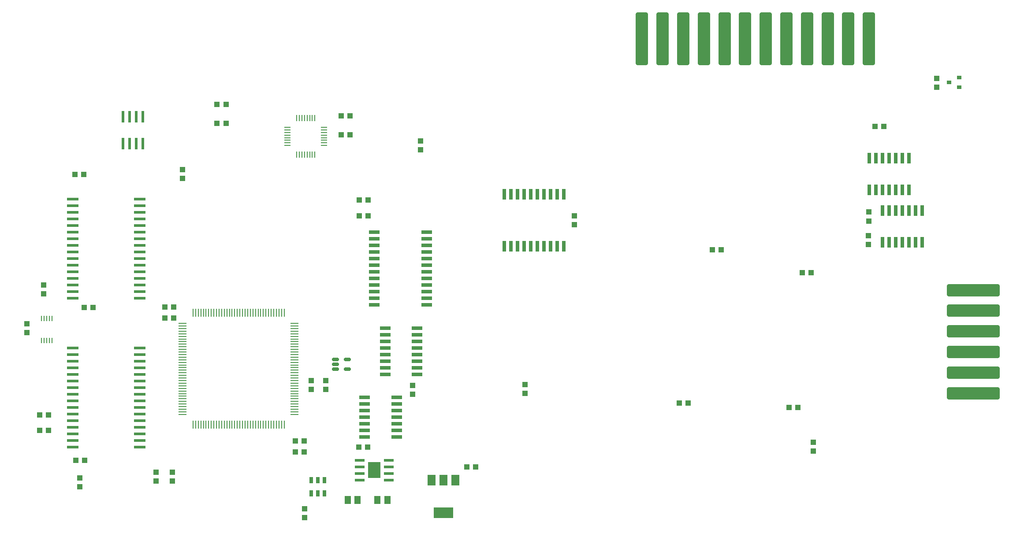
<source format=gtp>
%TF.GenerationSoftware,KiCad,Pcbnew,8.0.2*%
%TF.CreationDate,2024-05-25T17:16:43+02:00*%
%TF.ProjectId,micropet_v3,6d696372-6f70-4657-945f-76332e6b6963,rev?*%
%TF.SameCoordinates,Original*%
%TF.FileFunction,Paste,Top*%
%TF.FilePolarity,Positive*%
%FSLAX46Y46*%
G04 Gerber Fmt 4.6, Leading zero omitted, Abs format (unit mm)*
G04 Created by KiCad (PCBNEW 8.0.2) date 2024-05-25 17:16:43*
%MOMM*%
%LPD*%
G01*
G04 APERTURE LIST*
G04 Aperture macros list*
%AMRoundRect*
0 Rectangle with rounded corners*
0 $1 Rounding radius*
0 $2 $3 $4 $5 $6 $7 $8 $9 X,Y pos of 4 corners*
0 Add a 4 corners polygon primitive as box body*
4,1,4,$2,$3,$4,$5,$6,$7,$8,$9,$2,$3,0*
0 Add four circle primitives for the rounded corners*
1,1,$1+$1,$2,$3*
1,1,$1+$1,$4,$5*
1,1,$1+$1,$6,$7*
1,1,$1+$1,$8,$9*
0 Add four rect primitives between the rounded corners*
20,1,$1+$1,$2,$3,$4,$5,0*
20,1,$1+$1,$4,$5,$6,$7,0*
20,1,$1+$1,$6,$7,$8,$9,0*
20,1,$1+$1,$8,$9,$2,$3,0*%
G04 Aperture macros list end*
%ADD10R,0.635000X1.270000*%
%ADD11R,0.660400X2.032000*%
%ADD12R,1.100000X1.000000*%
%ADD13R,1.000000X1.100000*%
%ADD14R,0.250000X1.000000*%
%ADD15R,2.032000X0.660400*%
%ADD16R,0.600000X2.200000*%
%ADD17R,0.900000X0.800000*%
%ADD18R,2.200000X0.600000*%
%ADD19R,1.300000X1.500000*%
%ADD20R,1.910000X0.610000*%
%ADD21R,2.410000X3.100000*%
%ADD22R,0.254000X1.143000*%
%ADD23R,1.143000X0.254000*%
%ADD24RoundRect,0.358140X0.835660X4.721860X-0.835660X4.721860X-0.835660X-4.721860X0.835660X-4.721860X0*%
%ADD25R,1.500000X2.000000*%
%ADD26R,3.800000X2.000000*%
%ADD27R,0.270000X1.500000*%
%ADD28R,1.500000X0.270000*%
%ADD29RoundRect,0.358140X4.721860X-0.835660X4.721860X0.835660X-4.721860X0.835660X-4.721860X-0.835660X0*%
%ADD30RoundRect,0.150000X-0.512500X-0.150000X0.512500X-0.150000X0.512500X0.150000X-0.512500X0.150000X0*%
G04 APERTURE END LIST*
D10*
%TO.C,JS1*%
X130810000Y-132080000D03*
X132080000Y-132080000D03*
X133350000Y-132080000D03*
X133350000Y-129540000D03*
X132080000Y-129540000D03*
X130810000Y-129540000D03*
%TD*%
D11*
%TO.C,IC4*%
X240559106Y-83877150D03*
X241829106Y-83877150D03*
X243099106Y-83877150D03*
X244369106Y-83877150D03*
X245639106Y-83877150D03*
X246909106Y-83877150D03*
X248179106Y-83877150D03*
X248179106Y-77730350D03*
X246909106Y-77730350D03*
X245639106Y-77730350D03*
X244369106Y-77730350D03*
X243099106Y-77730350D03*
X241829106Y-77730350D03*
X240559106Y-77730350D03*
%TD*%
D12*
%TO.C,C12*%
X87176875Y-96361250D03*
X88876875Y-96361250D03*
%TD*%
%TO.C,C29*%
X78604375Y-116998750D03*
X80304375Y-116998750D03*
%TD*%
D13*
%TO.C,C23*%
X250929656Y-54059631D03*
X250929656Y-52359631D03*
%TD*%
%TO.C,C8*%
X86360000Y-129110000D03*
X86360000Y-130810000D03*
%TD*%
D14*
%TO.C,U$13*%
X79010000Y-102713100D03*
X79510000Y-102713100D03*
X80010000Y-102713100D03*
X80510000Y-102713100D03*
X81010000Y-102713100D03*
X81010000Y-98486900D03*
X80510000Y-98486900D03*
X80010000Y-98486900D03*
X79510000Y-98486900D03*
X79010000Y-98486900D03*
%TD*%
D12*
%TO.C,C70*%
X141632519Y-123257232D03*
X139932519Y-123257232D03*
%TD*%
%TO.C,C42*%
X140032000Y-78740000D03*
X141732000Y-78740000D03*
%TD*%
D13*
%TO.C,C33*%
X106045000Y-71550000D03*
X106045000Y-69850000D03*
%TD*%
D12*
%TO.C,C7*%
X160651606Y-127000000D03*
X162351606Y-127000000D03*
%TD*%
D15*
%TO.C,IC7*%
X151130000Y-109220000D03*
X151130000Y-107950000D03*
X151130000Y-106680000D03*
X151130000Y-105410000D03*
X151130000Y-104140000D03*
X151130000Y-102870000D03*
X151130000Y-101600000D03*
X151130000Y-100330000D03*
X144983200Y-100330000D03*
X144983200Y-101600000D03*
X144983200Y-102870000D03*
X144983200Y-104140000D03*
X144983200Y-105410000D03*
X144983200Y-106680000D03*
X144983200Y-107950000D03*
X144983200Y-109220000D03*
%TD*%
D11*
%TO.C,IC2*%
X167851606Y-84642325D03*
X169121606Y-84642325D03*
X170391606Y-84642325D03*
X171661606Y-84642325D03*
X172931606Y-84642325D03*
X174201606Y-84642325D03*
X175471606Y-84642325D03*
X176741606Y-84642325D03*
X178011606Y-84642325D03*
X179281606Y-84642325D03*
X179281606Y-74583925D03*
X178011606Y-74583925D03*
X176741606Y-74583925D03*
X175471606Y-74583925D03*
X174201606Y-74583925D03*
X172931606Y-74583925D03*
X171661606Y-74583925D03*
X170391606Y-74583925D03*
X169121606Y-74583925D03*
X167851606Y-74583925D03*
%TD*%
%TO.C,IC3*%
X237939731Y-73796525D03*
X239209731Y-73796525D03*
X240479731Y-73796525D03*
X241749731Y-73796525D03*
X243019731Y-73796525D03*
X244289731Y-73796525D03*
X245559731Y-73796525D03*
X245559731Y-67649725D03*
X244289731Y-67649725D03*
X243019731Y-67649725D03*
X241749731Y-67649725D03*
X240479731Y-67649725D03*
X239209731Y-67649725D03*
X237939731Y-67649725D03*
%TD*%
D16*
%TO.C,SN1*%
X94615000Y-64890000D03*
X95885000Y-64890000D03*
X97155000Y-64890000D03*
X98425000Y-64890000D03*
X98425000Y-59690000D03*
X97155000Y-59690000D03*
X95885000Y-59690000D03*
X94615000Y-59690000D03*
%TD*%
D12*
%TO.C,C39*%
X112709106Y-60960000D03*
X114409106Y-60960000D03*
%TD*%
D13*
%TO.C,C22*%
X227224106Y-122260625D03*
X227224106Y-123960625D03*
%TD*%
D12*
%TO.C,C9*%
X136564000Y-59531250D03*
X138264000Y-59531250D03*
%TD*%
%TO.C,C17*%
X207800356Y-85328125D03*
X209500356Y-85328125D03*
%TD*%
D15*
%TO.C,IC6*%
X147218400Y-121285000D03*
X147218400Y-120015000D03*
X147218400Y-118745000D03*
X147218400Y-117475000D03*
X147218400Y-116205000D03*
X147218400Y-114935000D03*
X147218400Y-113665000D03*
X141071600Y-113665000D03*
X141071600Y-114935000D03*
X141071600Y-116205000D03*
X141071600Y-117475000D03*
X141071600Y-118745000D03*
X141071600Y-120015000D03*
X141071600Y-121285000D03*
%TD*%
D13*
%TO.C,C15*%
X181345356Y-80463125D03*
X181345356Y-78763125D03*
%TD*%
%TO.C,C19*%
X171820356Y-111227500D03*
X171820356Y-112927500D03*
%TD*%
D17*
%TO.C,Q1*%
X255272330Y-54089992D03*
X255272330Y-52189992D03*
X253272330Y-53139992D03*
%TD*%
D13*
%TO.C,C3*%
X104140000Y-129755000D03*
X104140000Y-128055000D03*
%TD*%
D15*
%TO.C,IC16*%
X152984200Y-95885000D03*
X152984200Y-94615000D03*
X152984200Y-93345000D03*
X152984200Y-92075000D03*
X152984200Y-90805000D03*
X152984200Y-89535000D03*
X152984200Y-88265000D03*
X152984200Y-86995000D03*
X152984200Y-85725000D03*
X152984200Y-84455000D03*
X152984200Y-83185000D03*
X152984200Y-81915000D03*
X142925800Y-81915000D03*
X142925800Y-83185000D03*
X142925800Y-84455000D03*
X142925800Y-85725000D03*
X142925800Y-86995000D03*
X142925800Y-88265000D03*
X142925800Y-89535000D03*
X142925800Y-90805000D03*
X142925800Y-92075000D03*
X142925800Y-93345000D03*
X142925800Y-94615000D03*
X142925800Y-95885000D03*
%TD*%
D13*
%TO.C,C18*%
X237860356Y-79748750D03*
X237860356Y-78048750D03*
%TD*%
D18*
%TO.C,IC13*%
X97856000Y-123190000D03*
X97856000Y-121920000D03*
X97856000Y-120650000D03*
X97856000Y-119380000D03*
X97856000Y-118110000D03*
X97856000Y-116840000D03*
X97856000Y-115570000D03*
X97856000Y-114300000D03*
X97856000Y-113030000D03*
X97856000Y-111760000D03*
X97856000Y-110490000D03*
X97856000Y-109220000D03*
X97856000Y-107950000D03*
X97856000Y-106680000D03*
X97856000Y-105410000D03*
X97856000Y-104140000D03*
X85024000Y-104140000D03*
X85024000Y-105410000D03*
X85024000Y-106680000D03*
X85024000Y-107950000D03*
X85024000Y-109220000D03*
X85024000Y-110490000D03*
X85024000Y-111760000D03*
X85024000Y-113030000D03*
X85024000Y-114300000D03*
X85024000Y-115570000D03*
X85024000Y-116840000D03*
X85024000Y-118110000D03*
X85024000Y-119380000D03*
X85024000Y-120650000D03*
X85024000Y-121920000D03*
X85024000Y-123190000D03*
%TD*%
D13*
%TO.C,C43*%
X133588125Y-110433750D03*
X133588125Y-112133750D03*
%TD*%
D19*
%TO.C,C65*%
X145410000Y-133350000D03*
X143510000Y-133350000D03*
%TD*%
D12*
%TO.C,C31*%
X222564106Y-115570000D03*
X224264106Y-115570000D03*
%TD*%
%TO.C,C30*%
X80304375Y-120015000D03*
X78604375Y-120015000D03*
%TD*%
D20*
%TO.C,U$16*%
X145655000Y-129540000D03*
X145655000Y-128270000D03*
X145655000Y-127000000D03*
X145655000Y-125730000D03*
X140095000Y-125730000D03*
X140095000Y-127000000D03*
X140095000Y-128270000D03*
X140095000Y-129540000D03*
D21*
X142875000Y-127635000D03*
%TD*%
D12*
%TO.C,C35*%
X240774106Y-61595000D03*
X239074106Y-61595000D03*
%TD*%
D13*
%TO.C,C10*%
X130810000Y-110433750D03*
X130810000Y-112133750D03*
%TD*%
D19*
%TO.C,C66*%
X137795000Y-133350000D03*
X139695000Y-133350000D03*
%TD*%
D22*
%TO.C,IC8*%
X128001606Y-67000000D03*
X128501606Y-67000000D03*
X129001606Y-67000000D03*
X129501606Y-67000000D03*
X130001606Y-67000000D03*
X130501606Y-67000000D03*
X131001606Y-67000000D03*
X131501606Y-67000000D03*
D23*
X133251606Y-65250000D03*
X133251606Y-64750000D03*
X133251606Y-64250000D03*
X133251606Y-63750000D03*
X133251606Y-63250000D03*
X133251606Y-62750000D03*
X133251606Y-62250000D03*
X133251606Y-61750000D03*
D22*
X131501606Y-60000000D03*
X131001606Y-60000000D03*
X130501606Y-60000000D03*
X130001606Y-60000000D03*
X129501606Y-60000000D03*
X129001606Y-60000000D03*
X128501606Y-60000000D03*
X128001606Y-60000000D03*
D23*
X126251606Y-61750000D03*
X126251606Y-62250000D03*
X126251606Y-62750000D03*
X126251606Y-63250000D03*
X126251606Y-63750000D03*
X126251606Y-64250000D03*
X126251606Y-64750000D03*
X126251606Y-65250000D03*
%TD*%
D24*
%TO.C,CN4*%
X237904806Y-44767500D03*
X233942406Y-44767500D03*
X229980006Y-44767500D03*
X226017606Y-44767500D03*
X222055206Y-44767500D03*
X218092806Y-44767500D03*
X214130406Y-44767500D03*
X210168006Y-44767500D03*
X206205606Y-44767500D03*
X202243206Y-44767500D03*
X198280806Y-44767500D03*
X194318406Y-44767500D03*
%TD*%
D12*
%TO.C,C4*%
X127746531Y-122062078D03*
X129446531Y-122062078D03*
%TD*%
D25*
%TO.C,U1*%
X158510000Y-129565000D03*
X156210000Y-129565000D03*
X153910000Y-129565000D03*
D26*
X156210000Y-135865000D03*
%TD*%
D12*
%TO.C,C44*%
X127737500Y-124142500D03*
X129437500Y-124142500D03*
%TD*%
%TO.C,C20*%
X225104106Y-89693750D03*
X226804106Y-89693750D03*
%TD*%
%TO.C,C34*%
X203150356Y-114776250D03*
X201450356Y-114776250D03*
%TD*%
%TO.C,C40*%
X112709106Y-57308750D03*
X114409106Y-57308750D03*
%TD*%
D27*
%TO.C,U$2*%
X125590000Y-97438125D03*
X125090000Y-97438125D03*
X124590000Y-97438125D03*
X124090000Y-97438125D03*
X123590000Y-97438125D03*
X123090000Y-97438125D03*
X122590000Y-97438125D03*
X122090000Y-97438125D03*
X121590000Y-97438125D03*
X121090000Y-97438125D03*
X120590000Y-97438125D03*
X120090000Y-97438125D03*
X119590000Y-97438125D03*
X119090000Y-97438125D03*
X118590000Y-97438125D03*
X118090000Y-97438125D03*
X117590000Y-97438125D03*
X117090000Y-97438125D03*
X116590000Y-97438125D03*
X116090000Y-97438125D03*
X115590000Y-97438125D03*
X115090000Y-97438125D03*
X114590000Y-97438125D03*
X114090000Y-97438125D03*
X113590000Y-97438125D03*
X113090000Y-97438125D03*
X112590000Y-97438125D03*
X112090000Y-97438125D03*
X111590000Y-97438125D03*
X111090000Y-97438125D03*
X110590000Y-97438125D03*
X110090000Y-97438125D03*
X109590000Y-97438125D03*
X109090000Y-97438125D03*
X108590000Y-97438125D03*
X108090000Y-97438125D03*
D28*
X106090000Y-99438125D03*
X106090000Y-99938125D03*
X106090000Y-100438125D03*
X106090000Y-100938125D03*
X106090000Y-101438125D03*
X106090000Y-101938125D03*
X106090000Y-102438125D03*
X106090000Y-102938125D03*
X106090000Y-103438125D03*
X106090000Y-103938125D03*
X106090000Y-104438125D03*
X106090000Y-104938125D03*
X106090000Y-105438125D03*
X106090000Y-105938125D03*
X106090000Y-106438125D03*
X106090000Y-106938125D03*
X106090000Y-107438125D03*
X106090000Y-107938125D03*
X106090000Y-108438125D03*
X106090000Y-108938125D03*
X106090000Y-109438125D03*
X106090000Y-109938125D03*
X106090000Y-110438125D03*
X106090000Y-110938125D03*
X106090000Y-111438125D03*
X106090000Y-111938125D03*
X106090000Y-112438125D03*
X106090000Y-112938125D03*
X106090000Y-113438125D03*
X106090000Y-113938125D03*
X106090000Y-114438125D03*
X106090000Y-114938125D03*
X106090000Y-115438125D03*
X106090000Y-115938125D03*
X106090000Y-116438125D03*
X106090000Y-116938125D03*
D27*
X108090000Y-118938125D03*
X108590000Y-118938125D03*
X109090000Y-118938125D03*
X109590000Y-118938125D03*
X110090000Y-118938125D03*
X110590000Y-118938125D03*
X111090000Y-118938125D03*
X111590000Y-118938125D03*
X112090000Y-118938125D03*
X112590000Y-118938125D03*
X113090000Y-118938125D03*
X113590000Y-118938125D03*
X114090000Y-118938125D03*
X114590000Y-118938125D03*
X115090000Y-118938125D03*
X115590000Y-118938125D03*
X116090000Y-118938125D03*
X116590000Y-118938125D03*
X117090000Y-118938125D03*
X117590000Y-118938125D03*
X118090000Y-118938125D03*
X118590000Y-118938125D03*
X119090000Y-118938125D03*
X119590000Y-118938125D03*
X120090000Y-118938125D03*
X120590000Y-118938125D03*
X121090000Y-118938125D03*
X121590000Y-118938125D03*
X122090000Y-118938125D03*
X122590000Y-118938125D03*
X123090000Y-118938125D03*
X123590000Y-118938125D03*
X124090000Y-118938125D03*
X124590000Y-118938125D03*
X125090000Y-118938125D03*
X125590000Y-118938125D03*
D28*
X127590000Y-116938125D03*
X127590000Y-116438125D03*
X127590000Y-115938125D03*
X127590000Y-115438125D03*
X127590000Y-114938125D03*
X127590000Y-114438125D03*
X127590000Y-113938125D03*
X127590000Y-113438125D03*
X127590000Y-112938125D03*
X127590000Y-112438125D03*
X127590000Y-111938125D03*
X127590000Y-111438125D03*
X127590000Y-110938125D03*
X127590000Y-110438125D03*
X127590000Y-109938125D03*
X127590000Y-109438125D03*
X127590000Y-108938125D03*
X127590000Y-108438125D03*
X127590000Y-107938125D03*
X127590000Y-107438125D03*
X127590000Y-106938125D03*
X127590000Y-106438125D03*
X127590000Y-105938125D03*
X127590000Y-105438125D03*
X127590000Y-104938125D03*
X127590000Y-104438125D03*
X127590000Y-103938125D03*
X127590000Y-103438125D03*
X127590000Y-102938125D03*
X127590000Y-102438125D03*
X127590000Y-101938125D03*
X127590000Y-101438125D03*
X127590000Y-100938125D03*
X127590000Y-100438125D03*
X127590000Y-99938125D03*
X127590000Y-99438125D03*
%TD*%
D13*
%TO.C,C32*%
X151817856Y-66096250D03*
X151817856Y-64396250D03*
%TD*%
%TO.C,C16*%
X79375000Y-92075000D03*
X79375000Y-93775000D03*
%TD*%
D18*
%TO.C,IC1*%
X97856000Y-94615000D03*
X97856000Y-93345000D03*
X97856000Y-92075000D03*
X97856000Y-90805000D03*
X97856000Y-89535000D03*
X97856000Y-88265000D03*
X97856000Y-86995000D03*
X97856000Y-85725000D03*
X97856000Y-84455000D03*
X97856000Y-83185000D03*
X97856000Y-81915000D03*
X97856000Y-80645000D03*
X97856000Y-79375000D03*
X97856000Y-78105000D03*
X97856000Y-76835000D03*
X97856000Y-75565000D03*
X85024000Y-75565000D03*
X85024000Y-76835000D03*
X85024000Y-78105000D03*
X85024000Y-79375000D03*
X85024000Y-80645000D03*
X85024000Y-81915000D03*
X85024000Y-83185000D03*
X85024000Y-84455000D03*
X85024000Y-85725000D03*
X85024000Y-86995000D03*
X85024000Y-88265000D03*
X85024000Y-89535000D03*
X85024000Y-90805000D03*
X85024000Y-92075000D03*
X85024000Y-93345000D03*
X85024000Y-94615000D03*
%TD*%
D13*
%TO.C,C27*%
X76200000Y-99480000D03*
X76200000Y-101180000D03*
%TD*%
D12*
%TO.C,C21*%
X136564000Y-63182500D03*
X138264000Y-63182500D03*
%TD*%
%TO.C,C14*%
X85430625Y-70802500D03*
X87130625Y-70802500D03*
%TD*%
D13*
%TO.C,C11*%
X100965000Y-129755000D03*
X100965000Y-128055000D03*
%TD*%
%TO.C,C71*%
X150266553Y-111384653D03*
X150266553Y-113084653D03*
%TD*%
%TO.C,C24*%
X237780981Y-84273125D03*
X237780981Y-82573125D03*
%TD*%
%TO.C,C13*%
X129540000Y-136740000D03*
X129540000Y-135040000D03*
%TD*%
D29*
%TO.C,CN3*%
X257942231Y-112855375D03*
X257942231Y-108892975D03*
X257942231Y-104930575D03*
X257942231Y-100968175D03*
X257942231Y-97005775D03*
X257942231Y-93043375D03*
%TD*%
D30*
%TO.C,U2*%
X135451574Y-106376938D03*
X135451574Y-107326938D03*
X135451574Y-108276938D03*
X137726574Y-108276938D03*
X137726574Y-106376938D03*
%TD*%
D12*
%TO.C,C25*%
X85589375Y-125730000D03*
X87289375Y-125730000D03*
%TD*%
%TO.C,C41*%
X102655000Y-96330335D03*
X104355000Y-96330335D03*
%TD*%
%TO.C,C2*%
X102655000Y-98425000D03*
X104355000Y-98425000D03*
%TD*%
%TO.C,C1*%
X140032000Y-75723200D03*
X141732000Y-75723200D03*
%TD*%
M02*

</source>
